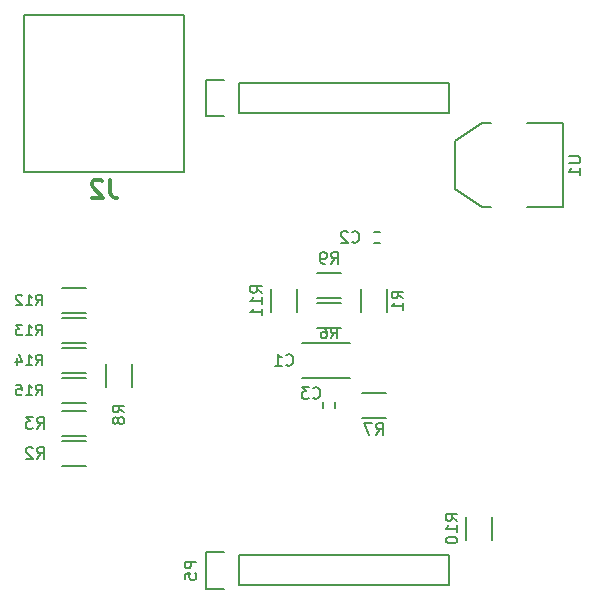
<source format=gbo>
G04 #@! TF.FileFunction,Legend,Bot*
%FSLAX46Y46*%
G04 Gerber Fmt 4.6, Leading zero omitted, Abs format (unit mm)*
G04 Created by KiCad (PCBNEW 4.0.1-stable) date Sun 03 Jan 2016 01:50:34 PM EET*
%MOMM*%
G01*
G04 APERTURE LIST*
%ADD10C,0.100000*%
%ADD11C,0.200660*%
%ADD12C,0.150000*%
%ADD13C,0.304800*%
%ADD14C,0.160000*%
G04 APERTURE END LIST*
D10*
D11*
X124010420Y-69850000D02*
X124010420Y-83149440D01*
X124010420Y-83149440D02*
X137609580Y-83149440D01*
X137609580Y-83149440D02*
X137609580Y-69850000D01*
X137609580Y-69850000D02*
X124010420Y-69850000D01*
D12*
X151660000Y-97560000D02*
X147560000Y-97560000D01*
X151660000Y-100560000D02*
X147560000Y-100560000D01*
X154174000Y-89121000D02*
X153674000Y-89121000D01*
X153674000Y-88171000D02*
X154174000Y-88171000D01*
X150335000Y-102620000D02*
X150335000Y-103120000D01*
X149385000Y-103120000D02*
X149385000Y-102620000D01*
X139420000Y-78390000D02*
X139420000Y-75290000D01*
X140970000Y-78390000D02*
X139420000Y-78390000D01*
X142240000Y-75570000D02*
X142240000Y-78110000D01*
X139420000Y-75290000D02*
X140970000Y-75290000D01*
X160020000Y-78110000D02*
X142240000Y-78110000D01*
X160020000Y-75570000D02*
X160020000Y-78110000D01*
X142240000Y-75570000D02*
X160020000Y-75570000D01*
X142240000Y-115570000D02*
X160020000Y-115570000D01*
X160020000Y-115570000D02*
X160020000Y-118110000D01*
X160020000Y-118110000D02*
X142240000Y-118110000D01*
X139420000Y-115290000D02*
X140970000Y-115290000D01*
X142240000Y-115570000D02*
X142240000Y-118110000D01*
X140970000Y-118390000D02*
X139420000Y-118390000D01*
X139420000Y-118390000D02*
X139420000Y-115290000D01*
X152595000Y-92980000D02*
X152595000Y-94980000D01*
X154745000Y-94980000D02*
X154745000Y-92980000D01*
X129270000Y-105859000D02*
X127270000Y-105859000D01*
X127270000Y-108009000D02*
X129270000Y-108009000D01*
X127270000Y-105469000D02*
X129270000Y-105469000D01*
X129270000Y-103319000D02*
X127270000Y-103319000D01*
X150860000Y-94175000D02*
X148860000Y-94175000D01*
X148860000Y-96325000D02*
X150860000Y-96325000D01*
X154670000Y-101795000D02*
X152670000Y-101795000D01*
X152670000Y-103945000D02*
X154670000Y-103945000D01*
X131005000Y-99330000D02*
X131005000Y-101330000D01*
X133155000Y-101330000D02*
X133155000Y-99330000D01*
X150860000Y-91635000D02*
X148860000Y-91635000D01*
X148860000Y-93785000D02*
X150860000Y-93785000D01*
X161485000Y-112284000D02*
X161485000Y-114284000D01*
X163635000Y-114284000D02*
X163635000Y-112284000D01*
X147125000Y-94980000D02*
X147125000Y-92980000D01*
X144975000Y-92980000D02*
X144975000Y-94980000D01*
X127270000Y-95055000D02*
X129270000Y-95055000D01*
X129270000Y-92905000D02*
X127270000Y-92905000D01*
X127270000Y-97595000D02*
X129270000Y-97595000D01*
X129270000Y-95445000D02*
X127270000Y-95445000D01*
X127270000Y-100135000D02*
X129270000Y-100135000D01*
X129270000Y-97985000D02*
X127270000Y-97985000D01*
X127270000Y-102675000D02*
X129270000Y-102675000D01*
X129270000Y-100525000D02*
X127270000Y-100525000D01*
X166624000Y-78994000D02*
X169672000Y-78994000D01*
X169672000Y-78994000D02*
X169672000Y-86106000D01*
X169672000Y-86106000D02*
X166624000Y-86106000D01*
X163576000Y-78994000D02*
X162814000Y-78994000D01*
X162814000Y-78994000D02*
X160528000Y-80518000D01*
X160528000Y-80518000D02*
X160528000Y-84582000D01*
X160528000Y-84582000D02*
X162814000Y-86106000D01*
X162814000Y-86106000D02*
X163576000Y-86106000D01*
D13*
X131318000Y-83747429D02*
X131318000Y-84836000D01*
X131390572Y-85053714D01*
X131535715Y-85198857D01*
X131753429Y-85271429D01*
X131898572Y-85271429D01*
X130664857Y-83892571D02*
X130592286Y-83820000D01*
X130447143Y-83747429D01*
X130084286Y-83747429D01*
X129939143Y-83820000D01*
X129866572Y-83892571D01*
X129794000Y-84037714D01*
X129794000Y-84182857D01*
X129866572Y-84400571D01*
X130737429Y-85271429D01*
X129794000Y-85271429D01*
D14*
X146216666Y-99417143D02*
X146264285Y-99464762D01*
X146407142Y-99512381D01*
X146502380Y-99512381D01*
X146645238Y-99464762D01*
X146740476Y-99369524D01*
X146788095Y-99274286D01*
X146835714Y-99083810D01*
X146835714Y-98940952D01*
X146788095Y-98750476D01*
X146740476Y-98655238D01*
X146645238Y-98560000D01*
X146502380Y-98512381D01*
X146407142Y-98512381D01*
X146264285Y-98560000D01*
X146216666Y-98607619D01*
X145264285Y-99512381D02*
X145835714Y-99512381D01*
X145550000Y-99512381D02*
X145550000Y-98512381D01*
X145645238Y-98655238D01*
X145740476Y-98750476D01*
X145835714Y-98798095D01*
D12*
X151804666Y-89003143D02*
X151852285Y-89050762D01*
X151995142Y-89098381D01*
X152090380Y-89098381D01*
X152233238Y-89050762D01*
X152328476Y-88955524D01*
X152376095Y-88860286D01*
X152423714Y-88669810D01*
X152423714Y-88526952D01*
X152376095Y-88336476D01*
X152328476Y-88241238D01*
X152233238Y-88146000D01*
X152090380Y-88098381D01*
X151995142Y-88098381D01*
X151852285Y-88146000D01*
X151804666Y-88193619D01*
X151423714Y-88193619D02*
X151376095Y-88146000D01*
X151280857Y-88098381D01*
X151042761Y-88098381D01*
X150947523Y-88146000D01*
X150899904Y-88193619D01*
X150852285Y-88288857D01*
X150852285Y-88384095D01*
X150899904Y-88526952D01*
X151471333Y-89098381D01*
X150852285Y-89098381D01*
D14*
X148502666Y-102211143D02*
X148550285Y-102258762D01*
X148693142Y-102306381D01*
X148788380Y-102306381D01*
X148931238Y-102258762D01*
X149026476Y-102163524D01*
X149074095Y-102068286D01*
X149121714Y-101877810D01*
X149121714Y-101734952D01*
X149074095Y-101544476D01*
X149026476Y-101449238D01*
X148931238Y-101354000D01*
X148788380Y-101306381D01*
X148693142Y-101306381D01*
X148550285Y-101354000D01*
X148502666Y-101401619D01*
X148169333Y-101306381D02*
X147550285Y-101306381D01*
X147883619Y-101687333D01*
X147740761Y-101687333D01*
X147645523Y-101734952D01*
X147597904Y-101782571D01*
X147550285Y-101877810D01*
X147550285Y-102115905D01*
X147597904Y-102211143D01*
X147645523Y-102258762D01*
X147740761Y-102306381D01*
X148026476Y-102306381D01*
X148121714Y-102258762D01*
X148169333Y-102211143D01*
D12*
X138628381Y-116101905D02*
X137628381Y-116101905D01*
X137628381Y-116482858D01*
X137676000Y-116578096D01*
X137723619Y-116625715D01*
X137818857Y-116673334D01*
X137961714Y-116673334D01*
X138056952Y-116625715D01*
X138104571Y-116578096D01*
X138152190Y-116482858D01*
X138152190Y-116101905D01*
X137628381Y-117578096D02*
X137628381Y-117101905D01*
X138104571Y-117054286D01*
X138056952Y-117101905D01*
X138009333Y-117197143D01*
X138009333Y-117435239D01*
X138056952Y-117530477D01*
X138104571Y-117578096D01*
X138199810Y-117625715D01*
X138437905Y-117625715D01*
X138533143Y-117578096D01*
X138580762Y-117530477D01*
X138628381Y-117435239D01*
X138628381Y-117197143D01*
X138580762Y-117101905D01*
X138533143Y-117054286D01*
D14*
X156154381Y-93813334D02*
X155678190Y-93480000D01*
X156154381Y-93241905D02*
X155154381Y-93241905D01*
X155154381Y-93622858D01*
X155202000Y-93718096D01*
X155249619Y-93765715D01*
X155344857Y-93813334D01*
X155487714Y-93813334D01*
X155582952Y-93765715D01*
X155630571Y-93718096D01*
X155678190Y-93622858D01*
X155678190Y-93241905D01*
X156154381Y-94765715D02*
X156154381Y-94194286D01*
X156154381Y-94480000D02*
X155154381Y-94480000D01*
X155297238Y-94384762D01*
X155392476Y-94289524D01*
X155440095Y-94194286D01*
X125134666Y-107386381D02*
X125468000Y-106910190D01*
X125706095Y-107386381D02*
X125706095Y-106386381D01*
X125325142Y-106386381D01*
X125229904Y-106434000D01*
X125182285Y-106481619D01*
X125134666Y-106576857D01*
X125134666Y-106719714D01*
X125182285Y-106814952D01*
X125229904Y-106862571D01*
X125325142Y-106910190D01*
X125706095Y-106910190D01*
X124753714Y-106481619D02*
X124706095Y-106434000D01*
X124610857Y-106386381D01*
X124372761Y-106386381D01*
X124277523Y-106434000D01*
X124229904Y-106481619D01*
X124182285Y-106576857D01*
X124182285Y-106672095D01*
X124229904Y-106814952D01*
X124801333Y-107386381D01*
X124182285Y-107386381D01*
X125134666Y-104846381D02*
X125468000Y-104370190D01*
X125706095Y-104846381D02*
X125706095Y-103846381D01*
X125325142Y-103846381D01*
X125229904Y-103894000D01*
X125182285Y-103941619D01*
X125134666Y-104036857D01*
X125134666Y-104179714D01*
X125182285Y-104274952D01*
X125229904Y-104322571D01*
X125325142Y-104370190D01*
X125706095Y-104370190D01*
X124801333Y-103846381D02*
X124182285Y-103846381D01*
X124515619Y-104227333D01*
X124372761Y-104227333D01*
X124277523Y-104274952D01*
X124229904Y-104322571D01*
X124182285Y-104417810D01*
X124182285Y-104655905D01*
X124229904Y-104751143D01*
X124277523Y-104798762D01*
X124372761Y-104846381D01*
X124658476Y-104846381D01*
X124753714Y-104798762D01*
X124801333Y-104751143D01*
D12*
X150010000Y-97181143D02*
X150310000Y-96752571D01*
X150524285Y-97181143D02*
X150524285Y-96281143D01*
X150181428Y-96281143D01*
X150095714Y-96324000D01*
X150052857Y-96366857D01*
X150010000Y-96452571D01*
X150010000Y-96581143D01*
X150052857Y-96666857D01*
X150095714Y-96709714D01*
X150181428Y-96752571D01*
X150524285Y-96752571D01*
X149238571Y-96281143D02*
X149410000Y-96281143D01*
X149495714Y-96324000D01*
X149538571Y-96366857D01*
X149624285Y-96495429D01*
X149667142Y-96666857D01*
X149667142Y-97009714D01*
X149624285Y-97095429D01*
X149581428Y-97138286D01*
X149495714Y-97181143D01*
X149324285Y-97181143D01*
X149238571Y-97138286D01*
X149195714Y-97095429D01*
X149152857Y-97009714D01*
X149152857Y-96795429D01*
X149195714Y-96709714D01*
X149238571Y-96666857D01*
X149324285Y-96624000D01*
X149495714Y-96624000D01*
X149581428Y-96666857D01*
X149624285Y-96709714D01*
X149667142Y-96795429D01*
D14*
X153836666Y-105354381D02*
X154170000Y-104878190D01*
X154408095Y-105354381D02*
X154408095Y-104354381D01*
X154027142Y-104354381D01*
X153931904Y-104402000D01*
X153884285Y-104449619D01*
X153836666Y-104544857D01*
X153836666Y-104687714D01*
X153884285Y-104782952D01*
X153931904Y-104830571D01*
X154027142Y-104878190D01*
X154408095Y-104878190D01*
X153503333Y-104354381D02*
X152836666Y-104354381D01*
X153265238Y-105354381D01*
X132532381Y-103465334D02*
X132056190Y-103132000D01*
X132532381Y-102893905D02*
X131532381Y-102893905D01*
X131532381Y-103274858D01*
X131580000Y-103370096D01*
X131627619Y-103417715D01*
X131722857Y-103465334D01*
X131865714Y-103465334D01*
X131960952Y-103417715D01*
X132008571Y-103370096D01*
X132056190Y-103274858D01*
X132056190Y-102893905D01*
X131960952Y-104036762D02*
X131913333Y-103941524D01*
X131865714Y-103893905D01*
X131770476Y-103846286D01*
X131722857Y-103846286D01*
X131627619Y-103893905D01*
X131580000Y-103941524D01*
X131532381Y-104036762D01*
X131532381Y-104227239D01*
X131580000Y-104322477D01*
X131627619Y-104370096D01*
X131722857Y-104417715D01*
X131770476Y-104417715D01*
X131865714Y-104370096D01*
X131913333Y-104322477D01*
X131960952Y-104227239D01*
X131960952Y-104036762D01*
X132008571Y-103941524D01*
X132056190Y-103893905D01*
X132151429Y-103846286D01*
X132341905Y-103846286D01*
X132437143Y-103893905D01*
X132484762Y-103941524D01*
X132532381Y-104036762D01*
X132532381Y-104227239D01*
X132484762Y-104322477D01*
X132437143Y-104370096D01*
X132341905Y-104417715D01*
X132151429Y-104417715D01*
X132056190Y-104370096D01*
X132008571Y-104322477D01*
X131960952Y-104227239D01*
X150026666Y-90876381D02*
X150360000Y-90400190D01*
X150598095Y-90876381D02*
X150598095Y-89876381D01*
X150217142Y-89876381D01*
X150121904Y-89924000D01*
X150074285Y-89971619D01*
X150026666Y-90066857D01*
X150026666Y-90209714D01*
X150074285Y-90304952D01*
X150121904Y-90352571D01*
X150217142Y-90400190D01*
X150598095Y-90400190D01*
X149550476Y-90876381D02*
X149360000Y-90876381D01*
X149264761Y-90828762D01*
X149217142Y-90781143D01*
X149121904Y-90638286D01*
X149074285Y-90447810D01*
X149074285Y-90066857D01*
X149121904Y-89971619D01*
X149169523Y-89924000D01*
X149264761Y-89876381D01*
X149455238Y-89876381D01*
X149550476Y-89924000D01*
X149598095Y-89971619D01*
X149645714Y-90066857D01*
X149645714Y-90304952D01*
X149598095Y-90400190D01*
X149550476Y-90447810D01*
X149455238Y-90495429D01*
X149264761Y-90495429D01*
X149169523Y-90447810D01*
X149121904Y-90400190D01*
X149074285Y-90304952D01*
X160726381Y-112641143D02*
X160250190Y-112307809D01*
X160726381Y-112069714D02*
X159726381Y-112069714D01*
X159726381Y-112450667D01*
X159774000Y-112545905D01*
X159821619Y-112593524D01*
X159916857Y-112641143D01*
X160059714Y-112641143D01*
X160154952Y-112593524D01*
X160202571Y-112545905D01*
X160250190Y-112450667D01*
X160250190Y-112069714D01*
X160726381Y-113593524D02*
X160726381Y-113022095D01*
X160726381Y-113307809D02*
X159726381Y-113307809D01*
X159869238Y-113212571D01*
X159964476Y-113117333D01*
X160012095Y-113022095D01*
X159726381Y-114212571D02*
X159726381Y-114307810D01*
X159774000Y-114403048D01*
X159821619Y-114450667D01*
X159916857Y-114498286D01*
X160107333Y-114545905D01*
X160345429Y-114545905D01*
X160535905Y-114498286D01*
X160631143Y-114450667D01*
X160678762Y-114403048D01*
X160726381Y-114307810D01*
X160726381Y-114212571D01*
X160678762Y-114117333D01*
X160631143Y-114069714D01*
X160535905Y-114022095D01*
X160345429Y-113974476D01*
X160107333Y-113974476D01*
X159916857Y-114022095D01*
X159821619Y-114069714D01*
X159774000Y-114117333D01*
X159726381Y-114212571D01*
X144202381Y-93337143D02*
X143726190Y-93003809D01*
X144202381Y-92765714D02*
X143202381Y-92765714D01*
X143202381Y-93146667D01*
X143250000Y-93241905D01*
X143297619Y-93289524D01*
X143392857Y-93337143D01*
X143535714Y-93337143D01*
X143630952Y-93289524D01*
X143678571Y-93241905D01*
X143726190Y-93146667D01*
X143726190Y-92765714D01*
X144202381Y-94289524D02*
X144202381Y-93718095D01*
X144202381Y-94003809D02*
X143202381Y-94003809D01*
X143345238Y-93908571D01*
X143440476Y-93813333D01*
X143488095Y-93718095D01*
X144202381Y-95241905D02*
X144202381Y-94670476D01*
X144202381Y-94956190D02*
X143202381Y-94956190D01*
X143345238Y-94860952D01*
X143440476Y-94765714D01*
X143488095Y-94670476D01*
X125038572Y-94387143D02*
X125338572Y-93958571D01*
X125552857Y-94387143D02*
X125552857Y-93487143D01*
X125210000Y-93487143D01*
X125124286Y-93530000D01*
X125081429Y-93572857D01*
X125038572Y-93658571D01*
X125038572Y-93787143D01*
X125081429Y-93872857D01*
X125124286Y-93915714D01*
X125210000Y-93958571D01*
X125552857Y-93958571D01*
X124181429Y-94387143D02*
X124695714Y-94387143D01*
X124438572Y-94387143D02*
X124438572Y-93487143D01*
X124524286Y-93615714D01*
X124610000Y-93701429D01*
X124695714Y-93744286D01*
X123838571Y-93572857D02*
X123795714Y-93530000D01*
X123710000Y-93487143D01*
X123495714Y-93487143D01*
X123410000Y-93530000D01*
X123367143Y-93572857D01*
X123324286Y-93658571D01*
X123324286Y-93744286D01*
X123367143Y-93872857D01*
X123881429Y-94387143D01*
X123324286Y-94387143D01*
X125038572Y-96927143D02*
X125338572Y-96498571D01*
X125552857Y-96927143D02*
X125552857Y-96027143D01*
X125210000Y-96027143D01*
X125124286Y-96070000D01*
X125081429Y-96112857D01*
X125038572Y-96198571D01*
X125038572Y-96327143D01*
X125081429Y-96412857D01*
X125124286Y-96455714D01*
X125210000Y-96498571D01*
X125552857Y-96498571D01*
X124181429Y-96927143D02*
X124695714Y-96927143D01*
X124438572Y-96927143D02*
X124438572Y-96027143D01*
X124524286Y-96155714D01*
X124610000Y-96241429D01*
X124695714Y-96284286D01*
X123881429Y-96027143D02*
X123324286Y-96027143D01*
X123624286Y-96370000D01*
X123495714Y-96370000D01*
X123410000Y-96412857D01*
X123367143Y-96455714D01*
X123324286Y-96541429D01*
X123324286Y-96755714D01*
X123367143Y-96841429D01*
X123410000Y-96884286D01*
X123495714Y-96927143D01*
X123752857Y-96927143D01*
X123838571Y-96884286D01*
X123881429Y-96841429D01*
X125038572Y-99467143D02*
X125338572Y-99038571D01*
X125552857Y-99467143D02*
X125552857Y-98567143D01*
X125210000Y-98567143D01*
X125124286Y-98610000D01*
X125081429Y-98652857D01*
X125038572Y-98738571D01*
X125038572Y-98867143D01*
X125081429Y-98952857D01*
X125124286Y-98995714D01*
X125210000Y-99038571D01*
X125552857Y-99038571D01*
X124181429Y-99467143D02*
X124695714Y-99467143D01*
X124438572Y-99467143D02*
X124438572Y-98567143D01*
X124524286Y-98695714D01*
X124610000Y-98781429D01*
X124695714Y-98824286D01*
X123410000Y-98867143D02*
X123410000Y-99467143D01*
X123624286Y-98524286D02*
X123838571Y-99167143D01*
X123281429Y-99167143D01*
X125038572Y-102007143D02*
X125338572Y-101578571D01*
X125552857Y-102007143D02*
X125552857Y-101107143D01*
X125210000Y-101107143D01*
X125124286Y-101150000D01*
X125081429Y-101192857D01*
X125038572Y-101278571D01*
X125038572Y-101407143D01*
X125081429Y-101492857D01*
X125124286Y-101535714D01*
X125210000Y-101578571D01*
X125552857Y-101578571D01*
X124181429Y-102007143D02*
X124695714Y-102007143D01*
X124438572Y-102007143D02*
X124438572Y-101107143D01*
X124524286Y-101235714D01*
X124610000Y-101321429D01*
X124695714Y-101364286D01*
X123367143Y-101107143D02*
X123795714Y-101107143D01*
X123838571Y-101535714D01*
X123795714Y-101492857D01*
X123710000Y-101450000D01*
X123495714Y-101450000D01*
X123410000Y-101492857D01*
X123367143Y-101535714D01*
X123324286Y-101621429D01*
X123324286Y-101835714D01*
X123367143Y-101921429D01*
X123410000Y-101964286D01*
X123495714Y-102007143D01*
X123710000Y-102007143D01*
X123795714Y-101964286D01*
X123838571Y-101921429D01*
D12*
X170140381Y-81788095D02*
X170949905Y-81788095D01*
X171045143Y-81835714D01*
X171092762Y-81883333D01*
X171140381Y-81978571D01*
X171140381Y-82169048D01*
X171092762Y-82264286D01*
X171045143Y-82311905D01*
X170949905Y-82359524D01*
X170140381Y-82359524D01*
X171140381Y-83359524D02*
X171140381Y-82788095D01*
X171140381Y-83073809D02*
X170140381Y-83073809D01*
X170283238Y-82978571D01*
X170378476Y-82883333D01*
X170426095Y-82788095D01*
M02*

</source>
